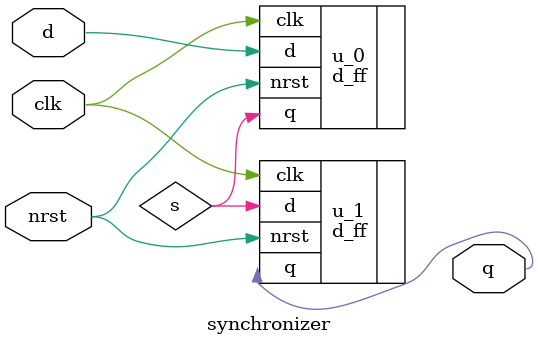
<source format=sv>
module synchronizer (
        input logic clk, nrst,
        input  logic d,
        output logic q
        );
        
 logic s;
 
 d_ff u_0 (      
     .clk  ( clk  )  ,       
 	 .nrst ( nrst )  ,       
     .d    ( d    )  ,     
     .q    ( s    )     
     );     
      
 d_ff u_1 (     
     .clk  ( clk  )  ,      
 	 .nrst ( nrst )  ,     
     .d    ( s    )  ,     
     .q    ( q    )     
     );     
      
        
endmodule        
</source>
